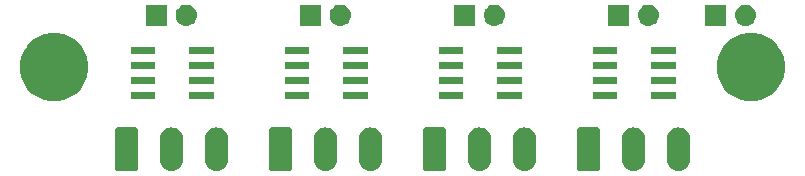
<source format=gbr>
G04 #@! TF.GenerationSoftware,KiCad,Pcbnew,(5.1.2)-1*
G04 #@! TF.CreationDate,2020-06-05T15:04:51-04:00*
G04 #@! TF.ProjectId,Step_Direction_Board,53746570-5f44-4697-9265-6374696f6e5f,rev?*
G04 #@! TF.SameCoordinates,PX7270e00PY78a3ca0*
G04 #@! TF.FileFunction,Soldermask,Bot*
G04 #@! TF.FilePolarity,Negative*
%FSLAX46Y46*%
G04 Gerber Fmt 4.6, Leading zero omitted, Abs format (unit mm)*
G04 Created by KiCad (PCBNEW (5.1.2)-1) date 2020-06-05 15:04:51*
%MOMM*%
%LPD*%
G04 APERTURE LIST*
%ADD10C,0.100000*%
G04 APERTURE END LIST*
D10*
G36*
X56057479Y5873893D02*
G01*
X56057482Y5873892D01*
X56057483Y5873892D01*
X56236747Y5819513D01*
X56236750Y5819511D01*
X56236751Y5819511D01*
X56401958Y5731207D01*
X56546767Y5612365D01*
X56665609Y5467556D01*
X56753913Y5302350D01*
X56753915Y5302346D01*
X56753915Y5302345D01*
X56808295Y5123078D01*
X56822055Y4983371D01*
X56822055Y3089935D01*
X56808295Y2950228D01*
X56808294Y2950225D01*
X56808294Y2950224D01*
X56753915Y2770960D01*
X56753913Y2770957D01*
X56753913Y2770956D01*
X56665609Y2605750D01*
X56546767Y2460941D01*
X56401958Y2342099D01*
X56254480Y2263271D01*
X56236748Y2253793D01*
X56057484Y2199414D01*
X56057483Y2199414D01*
X56057480Y2199413D01*
X55871055Y2181052D01*
X55684631Y2199413D01*
X55684628Y2199414D01*
X55684627Y2199414D01*
X55505363Y2253793D01*
X55487631Y2263271D01*
X55340153Y2342099D01*
X55195344Y2460941D01*
X55076502Y2605750D01*
X54988198Y2770956D01*
X54988198Y2770957D01*
X54988196Y2770960D01*
X54933817Y2950224D01*
X54933817Y2950225D01*
X54933816Y2950228D01*
X54920055Y3089936D01*
X54920055Y4983370D01*
X54933815Y5123077D01*
X54933816Y5123081D01*
X54988195Y5302345D01*
X54988198Y5302350D01*
X55076501Y5467556D01*
X55195343Y5612365D01*
X55340152Y5731207D01*
X55505358Y5819511D01*
X55505359Y5819511D01*
X55505362Y5819513D01*
X55684626Y5873892D01*
X55684627Y5873892D01*
X55684630Y5873893D01*
X55871055Y5892254D01*
X56057479Y5873893D01*
X56057479Y5873893D01*
G37*
G36*
X52247479Y5873893D02*
G01*
X52247482Y5873892D01*
X52247483Y5873892D01*
X52426747Y5819513D01*
X52426750Y5819511D01*
X52426751Y5819511D01*
X52591958Y5731207D01*
X52736767Y5612365D01*
X52855609Y5467556D01*
X52943913Y5302350D01*
X52943915Y5302346D01*
X52943915Y5302345D01*
X52998295Y5123078D01*
X53012055Y4983371D01*
X53012055Y3089935D01*
X52998295Y2950228D01*
X52998294Y2950225D01*
X52998294Y2950224D01*
X52943915Y2770960D01*
X52943913Y2770957D01*
X52943913Y2770956D01*
X52855609Y2605750D01*
X52736767Y2460941D01*
X52591958Y2342099D01*
X52444480Y2263271D01*
X52426748Y2253793D01*
X52247484Y2199414D01*
X52247483Y2199414D01*
X52247480Y2199413D01*
X52061055Y2181052D01*
X51874631Y2199413D01*
X51874628Y2199414D01*
X51874627Y2199414D01*
X51695363Y2253793D01*
X51677631Y2263271D01*
X51530153Y2342099D01*
X51385344Y2460941D01*
X51266502Y2605750D01*
X51178198Y2770956D01*
X51178198Y2770957D01*
X51178196Y2770960D01*
X51123817Y2950224D01*
X51123817Y2950225D01*
X51123816Y2950228D01*
X51110055Y3089936D01*
X51110055Y4983370D01*
X51123815Y5123077D01*
X51123816Y5123081D01*
X51178195Y5302345D01*
X51178198Y5302350D01*
X51266501Y5467556D01*
X51385343Y5612365D01*
X51530152Y5731207D01*
X51695358Y5819511D01*
X51695359Y5819511D01*
X51695362Y5819513D01*
X51874626Y5873892D01*
X51874627Y5873892D01*
X51874630Y5873893D01*
X52061055Y5892254D01*
X52247479Y5873893D01*
X52247479Y5873893D01*
G37*
G36*
X43017479Y5873893D02*
G01*
X43017482Y5873892D01*
X43017483Y5873892D01*
X43196747Y5819513D01*
X43196750Y5819511D01*
X43196751Y5819511D01*
X43361958Y5731207D01*
X43506767Y5612365D01*
X43625609Y5467556D01*
X43713913Y5302350D01*
X43713915Y5302346D01*
X43713915Y5302345D01*
X43768295Y5123078D01*
X43782055Y4983371D01*
X43782055Y3089935D01*
X43768295Y2950228D01*
X43768294Y2950225D01*
X43768294Y2950224D01*
X43713915Y2770960D01*
X43713913Y2770957D01*
X43713913Y2770956D01*
X43625609Y2605750D01*
X43506767Y2460941D01*
X43361958Y2342099D01*
X43214480Y2263271D01*
X43196748Y2253793D01*
X43017484Y2199414D01*
X43017483Y2199414D01*
X43017480Y2199413D01*
X42831055Y2181052D01*
X42644631Y2199413D01*
X42644628Y2199414D01*
X42644627Y2199414D01*
X42465363Y2253793D01*
X42447631Y2263271D01*
X42300153Y2342099D01*
X42155344Y2460941D01*
X42036502Y2605750D01*
X41948198Y2770956D01*
X41948198Y2770957D01*
X41948196Y2770960D01*
X41893817Y2950224D01*
X41893817Y2950225D01*
X41893816Y2950228D01*
X41880055Y3089936D01*
X41880055Y4983370D01*
X41893815Y5123077D01*
X41893816Y5123081D01*
X41948195Y5302345D01*
X41948198Y5302350D01*
X42036501Y5467556D01*
X42155343Y5612365D01*
X42300152Y5731207D01*
X42465358Y5819511D01*
X42465359Y5819511D01*
X42465362Y5819513D01*
X42644626Y5873892D01*
X42644627Y5873892D01*
X42644630Y5873893D01*
X42831055Y5892254D01*
X43017479Y5873893D01*
X43017479Y5873893D01*
G37*
G36*
X39207479Y5873893D02*
G01*
X39207482Y5873892D01*
X39207483Y5873892D01*
X39386747Y5819513D01*
X39386750Y5819511D01*
X39386751Y5819511D01*
X39551958Y5731207D01*
X39696767Y5612365D01*
X39815609Y5467556D01*
X39903913Y5302350D01*
X39903915Y5302346D01*
X39903915Y5302345D01*
X39958295Y5123078D01*
X39972055Y4983371D01*
X39972055Y3089935D01*
X39958295Y2950228D01*
X39958294Y2950225D01*
X39958294Y2950224D01*
X39903915Y2770960D01*
X39903913Y2770957D01*
X39903913Y2770956D01*
X39815609Y2605750D01*
X39696767Y2460941D01*
X39551958Y2342099D01*
X39404480Y2263271D01*
X39386748Y2253793D01*
X39207484Y2199414D01*
X39207483Y2199414D01*
X39207480Y2199413D01*
X39021055Y2181052D01*
X38834631Y2199413D01*
X38834628Y2199414D01*
X38834627Y2199414D01*
X38655363Y2253793D01*
X38637631Y2263271D01*
X38490153Y2342099D01*
X38345344Y2460941D01*
X38226502Y2605750D01*
X38138198Y2770956D01*
X38138198Y2770957D01*
X38138196Y2770960D01*
X38083817Y2950224D01*
X38083817Y2950225D01*
X38083816Y2950228D01*
X38070055Y3089936D01*
X38070055Y4983370D01*
X38083815Y5123077D01*
X38083816Y5123081D01*
X38138195Y5302345D01*
X38138198Y5302350D01*
X38226501Y5467556D01*
X38345343Y5612365D01*
X38490152Y5731207D01*
X38655358Y5819511D01*
X38655359Y5819511D01*
X38655362Y5819513D01*
X38834626Y5873892D01*
X38834627Y5873892D01*
X38834630Y5873893D01*
X39021055Y5892254D01*
X39207479Y5873893D01*
X39207479Y5873893D01*
G37*
G36*
X29977479Y5873893D02*
G01*
X29977482Y5873892D01*
X29977483Y5873892D01*
X30156747Y5819513D01*
X30156750Y5819511D01*
X30156751Y5819511D01*
X30321958Y5731207D01*
X30466767Y5612365D01*
X30585609Y5467556D01*
X30673913Y5302350D01*
X30673915Y5302346D01*
X30673915Y5302345D01*
X30728295Y5123078D01*
X30742055Y4983371D01*
X30742055Y3089935D01*
X30728295Y2950228D01*
X30728294Y2950225D01*
X30728294Y2950224D01*
X30673915Y2770960D01*
X30673913Y2770957D01*
X30673913Y2770956D01*
X30585609Y2605750D01*
X30466767Y2460941D01*
X30321958Y2342099D01*
X30174480Y2263271D01*
X30156748Y2253793D01*
X29977484Y2199414D01*
X29977483Y2199414D01*
X29977480Y2199413D01*
X29791055Y2181052D01*
X29604631Y2199413D01*
X29604628Y2199414D01*
X29604627Y2199414D01*
X29425363Y2253793D01*
X29407631Y2263271D01*
X29260153Y2342099D01*
X29115344Y2460941D01*
X28996502Y2605750D01*
X28908198Y2770956D01*
X28908198Y2770957D01*
X28908196Y2770960D01*
X28853817Y2950224D01*
X28853817Y2950225D01*
X28853816Y2950228D01*
X28840055Y3089936D01*
X28840055Y4983370D01*
X28853815Y5123077D01*
X28853816Y5123081D01*
X28908195Y5302345D01*
X28908198Y5302350D01*
X28996501Y5467556D01*
X29115343Y5612365D01*
X29260152Y5731207D01*
X29425358Y5819511D01*
X29425359Y5819511D01*
X29425362Y5819513D01*
X29604626Y5873892D01*
X29604627Y5873892D01*
X29604630Y5873893D01*
X29791055Y5892254D01*
X29977479Y5873893D01*
X29977479Y5873893D01*
G37*
G36*
X26167479Y5873893D02*
G01*
X26167482Y5873892D01*
X26167483Y5873892D01*
X26346747Y5819513D01*
X26346750Y5819511D01*
X26346751Y5819511D01*
X26511958Y5731207D01*
X26656767Y5612365D01*
X26775609Y5467556D01*
X26863913Y5302350D01*
X26863915Y5302346D01*
X26863915Y5302345D01*
X26918295Y5123078D01*
X26932055Y4983371D01*
X26932055Y3089935D01*
X26918295Y2950228D01*
X26918294Y2950225D01*
X26918294Y2950224D01*
X26863915Y2770960D01*
X26863913Y2770957D01*
X26863913Y2770956D01*
X26775609Y2605750D01*
X26656767Y2460941D01*
X26511958Y2342099D01*
X26364480Y2263271D01*
X26346748Y2253793D01*
X26167484Y2199414D01*
X26167483Y2199414D01*
X26167480Y2199413D01*
X25981055Y2181052D01*
X25794631Y2199413D01*
X25794628Y2199414D01*
X25794627Y2199414D01*
X25615363Y2253793D01*
X25597631Y2263271D01*
X25450153Y2342099D01*
X25305344Y2460941D01*
X25186502Y2605750D01*
X25098198Y2770956D01*
X25098198Y2770957D01*
X25098196Y2770960D01*
X25043817Y2950224D01*
X25043817Y2950225D01*
X25043816Y2950228D01*
X25030055Y3089936D01*
X25030055Y4983370D01*
X25043815Y5123077D01*
X25043816Y5123081D01*
X25098195Y5302345D01*
X25098198Y5302350D01*
X25186501Y5467556D01*
X25305343Y5612365D01*
X25450152Y5731207D01*
X25615358Y5819511D01*
X25615359Y5819511D01*
X25615362Y5819513D01*
X25794626Y5873892D01*
X25794627Y5873892D01*
X25794630Y5873893D01*
X25981055Y5892254D01*
X26167479Y5873893D01*
X26167479Y5873893D01*
G37*
G36*
X13127479Y5873893D02*
G01*
X13127482Y5873892D01*
X13127483Y5873892D01*
X13306747Y5819513D01*
X13306750Y5819511D01*
X13306751Y5819511D01*
X13471958Y5731207D01*
X13616767Y5612365D01*
X13735609Y5467556D01*
X13823913Y5302350D01*
X13823915Y5302346D01*
X13823915Y5302345D01*
X13878295Y5123078D01*
X13892055Y4983371D01*
X13892055Y3089935D01*
X13878295Y2950228D01*
X13878294Y2950225D01*
X13878294Y2950224D01*
X13823915Y2770960D01*
X13823913Y2770957D01*
X13823913Y2770956D01*
X13735609Y2605750D01*
X13616767Y2460941D01*
X13471958Y2342099D01*
X13324480Y2263271D01*
X13306748Y2253793D01*
X13127484Y2199414D01*
X13127483Y2199414D01*
X13127480Y2199413D01*
X12941055Y2181052D01*
X12754631Y2199413D01*
X12754628Y2199414D01*
X12754627Y2199414D01*
X12575363Y2253793D01*
X12557631Y2263271D01*
X12410153Y2342099D01*
X12265344Y2460941D01*
X12146502Y2605750D01*
X12058198Y2770956D01*
X12058198Y2770957D01*
X12058196Y2770960D01*
X12003817Y2950224D01*
X12003817Y2950225D01*
X12003816Y2950228D01*
X11990055Y3089936D01*
X11990055Y4983370D01*
X12003815Y5123077D01*
X12003816Y5123081D01*
X12058195Y5302345D01*
X12058198Y5302350D01*
X12146501Y5467556D01*
X12265343Y5612365D01*
X12410152Y5731207D01*
X12575358Y5819511D01*
X12575359Y5819511D01*
X12575362Y5819513D01*
X12754626Y5873892D01*
X12754627Y5873892D01*
X12754630Y5873893D01*
X12941055Y5892254D01*
X13127479Y5873893D01*
X13127479Y5873893D01*
G37*
G36*
X16937479Y5873893D02*
G01*
X16937482Y5873892D01*
X16937483Y5873892D01*
X17116747Y5819513D01*
X17116750Y5819511D01*
X17116751Y5819511D01*
X17281958Y5731207D01*
X17426767Y5612365D01*
X17545609Y5467556D01*
X17633913Y5302350D01*
X17633915Y5302346D01*
X17633915Y5302345D01*
X17688295Y5123078D01*
X17702055Y4983371D01*
X17702055Y3089935D01*
X17688295Y2950228D01*
X17688294Y2950225D01*
X17688294Y2950224D01*
X17633915Y2770960D01*
X17633913Y2770957D01*
X17633913Y2770956D01*
X17545609Y2605750D01*
X17426767Y2460941D01*
X17281958Y2342099D01*
X17134480Y2263271D01*
X17116748Y2253793D01*
X16937484Y2199414D01*
X16937483Y2199414D01*
X16937480Y2199413D01*
X16751055Y2181052D01*
X16564631Y2199413D01*
X16564628Y2199414D01*
X16564627Y2199414D01*
X16385363Y2253793D01*
X16367631Y2263271D01*
X16220153Y2342099D01*
X16075344Y2460941D01*
X15956502Y2605750D01*
X15868198Y2770956D01*
X15868198Y2770957D01*
X15868196Y2770960D01*
X15813817Y2950224D01*
X15813817Y2950225D01*
X15813816Y2950228D01*
X15800055Y3089936D01*
X15800055Y4983370D01*
X15813815Y5123077D01*
X15813816Y5123081D01*
X15868195Y5302345D01*
X15868198Y5302350D01*
X15956501Y5467556D01*
X16075343Y5612365D01*
X16220152Y5731207D01*
X16385358Y5819511D01*
X16385359Y5819511D01*
X16385362Y5819513D01*
X16564626Y5873892D01*
X16564627Y5873892D01*
X16564630Y5873893D01*
X16751055Y5892254D01*
X16937479Y5873893D01*
X16937479Y5873893D01*
G37*
G36*
X22981970Y5883719D02*
G01*
X23014479Y5873858D01*
X23044437Y5857844D01*
X23070696Y5836294D01*
X23092246Y5810035D01*
X23108260Y5780077D01*
X23118121Y5747568D01*
X23122055Y5707624D01*
X23122055Y2365682D01*
X23118121Y2325738D01*
X23108260Y2293229D01*
X23092246Y2263271D01*
X23070696Y2237012D01*
X23044437Y2215462D01*
X23014479Y2199448D01*
X22981970Y2189587D01*
X22942026Y2185653D01*
X21400084Y2185653D01*
X21360140Y2189587D01*
X21327631Y2199448D01*
X21297673Y2215462D01*
X21271414Y2237012D01*
X21249864Y2263271D01*
X21233850Y2293229D01*
X21223989Y2325738D01*
X21220055Y2365682D01*
X21220055Y5707624D01*
X21223989Y5747568D01*
X21233850Y5780077D01*
X21249864Y5810035D01*
X21271414Y5836294D01*
X21297673Y5857844D01*
X21327631Y5873858D01*
X21360140Y5883719D01*
X21400084Y5887653D01*
X22942026Y5887653D01*
X22981970Y5883719D01*
X22981970Y5883719D01*
G37*
G36*
X9941970Y5883719D02*
G01*
X9974479Y5873858D01*
X10004437Y5857844D01*
X10030696Y5836294D01*
X10052246Y5810035D01*
X10068260Y5780077D01*
X10078121Y5747568D01*
X10082055Y5707624D01*
X10082055Y2365682D01*
X10078121Y2325738D01*
X10068260Y2293229D01*
X10052246Y2263271D01*
X10030696Y2237012D01*
X10004437Y2215462D01*
X9974479Y2199448D01*
X9941970Y2189587D01*
X9902026Y2185653D01*
X8360084Y2185653D01*
X8320140Y2189587D01*
X8287631Y2199448D01*
X8257673Y2215462D01*
X8231414Y2237012D01*
X8209864Y2263271D01*
X8193850Y2293229D01*
X8183989Y2325738D01*
X8180055Y2365682D01*
X8180055Y5707624D01*
X8183989Y5747568D01*
X8193850Y5780077D01*
X8209864Y5810035D01*
X8231414Y5836294D01*
X8257673Y5857844D01*
X8287631Y5873858D01*
X8320140Y5883719D01*
X8360084Y5887653D01*
X9902026Y5887653D01*
X9941970Y5883719D01*
X9941970Y5883719D01*
G37*
G36*
X36021970Y5883719D02*
G01*
X36054479Y5873858D01*
X36084437Y5857844D01*
X36110696Y5836294D01*
X36132246Y5810035D01*
X36148260Y5780077D01*
X36158121Y5747568D01*
X36162055Y5707624D01*
X36162055Y2365682D01*
X36158121Y2325738D01*
X36148260Y2293229D01*
X36132246Y2263271D01*
X36110696Y2237012D01*
X36084437Y2215462D01*
X36054479Y2199448D01*
X36021970Y2189587D01*
X35982026Y2185653D01*
X34440084Y2185653D01*
X34400140Y2189587D01*
X34367631Y2199448D01*
X34337673Y2215462D01*
X34311414Y2237012D01*
X34289864Y2263271D01*
X34273850Y2293229D01*
X34263989Y2325738D01*
X34260055Y2365682D01*
X34260055Y5707624D01*
X34263989Y5747568D01*
X34273850Y5780077D01*
X34289864Y5810035D01*
X34311414Y5836294D01*
X34337673Y5857844D01*
X34367631Y5873858D01*
X34400140Y5883719D01*
X34440084Y5887653D01*
X35982026Y5887653D01*
X36021970Y5883719D01*
X36021970Y5883719D01*
G37*
G36*
X49061970Y5883719D02*
G01*
X49094479Y5873858D01*
X49124437Y5857844D01*
X49150696Y5836294D01*
X49172246Y5810035D01*
X49188260Y5780077D01*
X49198121Y5747568D01*
X49202055Y5707624D01*
X49202055Y2365682D01*
X49198121Y2325738D01*
X49188260Y2293229D01*
X49172246Y2263271D01*
X49150696Y2237012D01*
X49124437Y2215462D01*
X49094479Y2199448D01*
X49061970Y2189587D01*
X49022026Y2185653D01*
X47480084Y2185653D01*
X47440140Y2189587D01*
X47407631Y2199448D01*
X47377673Y2215462D01*
X47351414Y2237012D01*
X47329864Y2263271D01*
X47313850Y2293229D01*
X47303989Y2325738D01*
X47300055Y2365682D01*
X47300055Y5707624D01*
X47303989Y5747568D01*
X47313850Y5780077D01*
X47329864Y5810035D01*
X47351414Y5836294D01*
X47377673Y5857844D01*
X47407631Y5873858D01*
X47440140Y5883719D01*
X47480084Y5887653D01*
X49022026Y5887653D01*
X49061970Y5883719D01*
X49061970Y5883719D01*
G37*
G36*
X3846189Y13789517D02*
G01*
X3846192Y13789516D01*
X3846191Y13789516D01*
X4374139Y13570833D01*
X4849280Y13253354D01*
X5253354Y12849280D01*
X5329446Y12735400D01*
X5570834Y12374137D01*
X5789517Y11846189D01*
X5901000Y11285725D01*
X5901000Y10714275D01*
X5789517Y10153811D01*
X5789516Y10153809D01*
X5570833Y9625861D01*
X5253354Y9150720D01*
X4849280Y8746646D01*
X4374139Y8429167D01*
X4374138Y8429166D01*
X4374137Y8429166D01*
X3846189Y8210483D01*
X3285725Y8099000D01*
X2714275Y8099000D01*
X2153811Y8210483D01*
X1625863Y8429166D01*
X1625862Y8429166D01*
X1625861Y8429167D01*
X1150720Y8746646D01*
X746646Y9150720D01*
X429167Y9625861D01*
X210484Y10153809D01*
X210483Y10153811D01*
X99000Y10714275D01*
X99000Y11285725D01*
X210483Y11846189D01*
X429166Y12374137D01*
X670554Y12735400D01*
X746646Y12849280D01*
X1150720Y13253354D01*
X1625861Y13570833D01*
X2153809Y13789516D01*
X2153808Y13789516D01*
X2153811Y13789517D01*
X2714275Y13901000D01*
X3285725Y13901000D01*
X3846189Y13789517D01*
X3846189Y13789517D01*
G37*
G36*
X62846189Y13789517D02*
G01*
X62846192Y13789516D01*
X62846191Y13789516D01*
X63374139Y13570833D01*
X63849280Y13253354D01*
X64253354Y12849280D01*
X64329446Y12735400D01*
X64570834Y12374137D01*
X64789517Y11846189D01*
X64901000Y11285725D01*
X64901000Y10714275D01*
X64789517Y10153811D01*
X64789516Y10153809D01*
X64570833Y9625861D01*
X64253354Y9150720D01*
X63849280Y8746646D01*
X63374139Y8429167D01*
X63374138Y8429166D01*
X63374137Y8429166D01*
X62846189Y8210483D01*
X62285725Y8099000D01*
X61714275Y8099000D01*
X61153811Y8210483D01*
X60625863Y8429166D01*
X60625862Y8429166D01*
X60625861Y8429167D01*
X60150720Y8746646D01*
X59746646Y9150720D01*
X59429167Y9625861D01*
X59210484Y10153809D01*
X59210483Y10153811D01*
X59099000Y10714275D01*
X59099000Y11285725D01*
X59210483Y11846189D01*
X59429166Y12374137D01*
X59670554Y12735400D01*
X59746646Y12849280D01*
X60150720Y13253354D01*
X60625861Y13570833D01*
X61153809Y13789516D01*
X61153808Y13789516D01*
X61153811Y13789517D01*
X61714275Y13901000D01*
X62285725Y13901000D01*
X62846189Y13789517D01*
X62846189Y13789517D01*
G37*
G36*
X37657800Y8264600D02*
G01*
X35574600Y8264600D01*
X35574600Y8925400D01*
X37657800Y8925400D01*
X37657800Y8264600D01*
X37657800Y8264600D01*
G37*
G36*
X42585400Y8264600D02*
G01*
X40502200Y8264600D01*
X40502200Y8925400D01*
X42585400Y8925400D01*
X42585400Y8264600D01*
X42585400Y8264600D01*
G37*
G36*
X50697800Y8264600D02*
G01*
X48614600Y8264600D01*
X48614600Y8925400D01*
X50697800Y8925400D01*
X50697800Y8264600D01*
X50697800Y8264600D01*
G37*
G36*
X55625400Y8264600D02*
G01*
X53542200Y8264600D01*
X53542200Y8925400D01*
X55625400Y8925400D01*
X55625400Y8264600D01*
X55625400Y8264600D01*
G37*
G36*
X29545400Y8264600D02*
G01*
X27462200Y8264600D01*
X27462200Y8925400D01*
X29545400Y8925400D01*
X29545400Y8264600D01*
X29545400Y8264600D01*
G37*
G36*
X24617800Y8264600D02*
G01*
X22534600Y8264600D01*
X22534600Y8925400D01*
X24617800Y8925400D01*
X24617800Y8264600D01*
X24617800Y8264600D01*
G37*
G36*
X16505400Y8264600D02*
G01*
X14422200Y8264600D01*
X14422200Y8925400D01*
X16505400Y8925400D01*
X16505400Y8264600D01*
X16505400Y8264600D01*
G37*
G36*
X11577800Y8264600D02*
G01*
X9494600Y8264600D01*
X9494600Y8925400D01*
X11577800Y8925400D01*
X11577800Y8264600D01*
X11577800Y8264600D01*
G37*
G36*
X11577800Y9534600D02*
G01*
X9494600Y9534600D01*
X9494600Y10195400D01*
X11577800Y10195400D01*
X11577800Y9534600D01*
X11577800Y9534600D01*
G37*
G36*
X16505400Y9534600D02*
G01*
X14422200Y9534600D01*
X14422200Y10195400D01*
X16505400Y10195400D01*
X16505400Y9534600D01*
X16505400Y9534600D01*
G37*
G36*
X24617800Y9534600D02*
G01*
X22534600Y9534600D01*
X22534600Y10195400D01*
X24617800Y10195400D01*
X24617800Y9534600D01*
X24617800Y9534600D01*
G37*
G36*
X37657800Y9534600D02*
G01*
X35574600Y9534600D01*
X35574600Y10195400D01*
X37657800Y10195400D01*
X37657800Y9534600D01*
X37657800Y9534600D01*
G37*
G36*
X42585400Y9534600D02*
G01*
X40502200Y9534600D01*
X40502200Y10195400D01*
X42585400Y10195400D01*
X42585400Y9534600D01*
X42585400Y9534600D01*
G37*
G36*
X50697800Y9534600D02*
G01*
X48614600Y9534600D01*
X48614600Y10195400D01*
X50697800Y10195400D01*
X50697800Y9534600D01*
X50697800Y9534600D01*
G37*
G36*
X29545400Y9534600D02*
G01*
X27462200Y9534600D01*
X27462200Y10195400D01*
X29545400Y10195400D01*
X29545400Y9534600D01*
X29545400Y9534600D01*
G37*
G36*
X55625400Y9534600D02*
G01*
X53542200Y9534600D01*
X53542200Y10195400D01*
X55625400Y10195400D01*
X55625400Y9534600D01*
X55625400Y9534600D01*
G37*
G36*
X50697800Y10804600D02*
G01*
X48614600Y10804600D01*
X48614600Y11465400D01*
X50697800Y11465400D01*
X50697800Y10804600D01*
X50697800Y10804600D01*
G37*
G36*
X55625400Y10804600D02*
G01*
X53542200Y10804600D01*
X53542200Y11465400D01*
X55625400Y11465400D01*
X55625400Y10804600D01*
X55625400Y10804600D01*
G37*
G36*
X37657800Y10804600D02*
G01*
X35574600Y10804600D01*
X35574600Y11465400D01*
X37657800Y11465400D01*
X37657800Y10804600D01*
X37657800Y10804600D01*
G37*
G36*
X11577800Y10804600D02*
G01*
X9494600Y10804600D01*
X9494600Y11465400D01*
X11577800Y11465400D01*
X11577800Y10804600D01*
X11577800Y10804600D01*
G37*
G36*
X42585400Y10804600D02*
G01*
X40502200Y10804600D01*
X40502200Y11465400D01*
X42585400Y11465400D01*
X42585400Y10804600D01*
X42585400Y10804600D01*
G37*
G36*
X24617800Y10804600D02*
G01*
X22534600Y10804600D01*
X22534600Y11465400D01*
X24617800Y11465400D01*
X24617800Y10804600D01*
X24617800Y10804600D01*
G37*
G36*
X16505400Y10804600D02*
G01*
X14422200Y10804600D01*
X14422200Y11465400D01*
X16505400Y11465400D01*
X16505400Y10804600D01*
X16505400Y10804600D01*
G37*
G36*
X29545400Y10804600D02*
G01*
X27462200Y10804600D01*
X27462200Y11465400D01*
X29545400Y11465400D01*
X29545400Y10804600D01*
X29545400Y10804600D01*
G37*
G36*
X24617800Y12074600D02*
G01*
X22534600Y12074600D01*
X22534600Y12735400D01*
X24617800Y12735400D01*
X24617800Y12074600D01*
X24617800Y12074600D01*
G37*
G36*
X37657800Y12074600D02*
G01*
X35574600Y12074600D01*
X35574600Y12735400D01*
X37657800Y12735400D01*
X37657800Y12074600D01*
X37657800Y12074600D01*
G37*
G36*
X50697800Y12074600D02*
G01*
X48614600Y12074600D01*
X48614600Y12735400D01*
X50697800Y12735400D01*
X50697800Y12074600D01*
X50697800Y12074600D01*
G37*
G36*
X55625400Y12074600D02*
G01*
X53542200Y12074600D01*
X53542200Y12735400D01*
X55625400Y12735400D01*
X55625400Y12074600D01*
X55625400Y12074600D01*
G37*
G36*
X42585400Y12074600D02*
G01*
X40502200Y12074600D01*
X40502200Y12735400D01*
X42585400Y12735400D01*
X42585400Y12074600D01*
X42585400Y12074600D01*
G37*
G36*
X29545400Y12074600D02*
G01*
X27462200Y12074600D01*
X27462200Y12735400D01*
X29545400Y12735400D01*
X29545400Y12074600D01*
X29545400Y12074600D01*
G37*
G36*
X16505400Y12074600D02*
G01*
X14422200Y12074600D01*
X14422200Y12735400D01*
X16505400Y12735400D01*
X16505400Y12074600D01*
X16505400Y12074600D01*
G37*
G36*
X11577800Y12074600D02*
G01*
X9494600Y12074600D01*
X9494600Y12735400D01*
X11577800Y12735400D01*
X11577800Y12074600D01*
X11577800Y12074600D01*
G37*
G36*
X12564846Y14475036D02*
G01*
X10762846Y14475036D01*
X10762846Y16277036D01*
X12564846Y16277036D01*
X12564846Y14475036D01*
X12564846Y14475036D01*
G37*
G36*
X40394289Y16270517D02*
G01*
X40460473Y16263999D01*
X40630312Y16212479D01*
X40786837Y16128814D01*
X40822575Y16099484D01*
X40924032Y16016222D01*
X41007294Y15914765D01*
X41036624Y15879027D01*
X41120289Y15722502D01*
X41171809Y15552663D01*
X41189205Y15376036D01*
X41171809Y15199409D01*
X41120289Y15029570D01*
X41036624Y14873045D01*
X41007294Y14837307D01*
X40924032Y14735850D01*
X40822575Y14652588D01*
X40786837Y14623258D01*
X40630312Y14539593D01*
X40460473Y14488073D01*
X40394289Y14481555D01*
X40328106Y14475036D01*
X40239586Y14475036D01*
X40173403Y14481555D01*
X40107219Y14488073D01*
X39937380Y14539593D01*
X39780855Y14623258D01*
X39745117Y14652588D01*
X39643660Y14735850D01*
X39560398Y14837307D01*
X39531068Y14873045D01*
X39447403Y15029570D01*
X39395883Y15199409D01*
X39378487Y15376036D01*
X39395883Y15552663D01*
X39447403Y15722502D01*
X39531068Y15879027D01*
X39560398Y15914765D01*
X39643660Y16016222D01*
X39745117Y16099484D01*
X39780855Y16128814D01*
X39937380Y16212479D01*
X40107219Y16263999D01*
X40173403Y16270517D01*
X40239586Y16277036D01*
X40328106Y16277036D01*
X40394289Y16270517D01*
X40394289Y16270517D01*
G37*
G36*
X38644846Y14475036D02*
G01*
X36842846Y14475036D01*
X36842846Y16277036D01*
X38644846Y16277036D01*
X38644846Y14475036D01*
X38644846Y14475036D01*
G37*
G36*
X61650443Y16270517D02*
G01*
X61716627Y16263999D01*
X61886466Y16212479D01*
X62042991Y16128814D01*
X62078729Y16099484D01*
X62180186Y16016222D01*
X62263448Y15914765D01*
X62292778Y15879027D01*
X62376443Y15722502D01*
X62427963Y15552663D01*
X62445359Y15376036D01*
X62427963Y15199409D01*
X62376443Y15029570D01*
X62292778Y14873045D01*
X62263448Y14837307D01*
X62180186Y14735850D01*
X62078729Y14652588D01*
X62042991Y14623258D01*
X61886466Y14539593D01*
X61716627Y14488073D01*
X61650443Y14481555D01*
X61584260Y14475036D01*
X61495740Y14475036D01*
X61429557Y14481555D01*
X61363373Y14488073D01*
X61193534Y14539593D01*
X61037009Y14623258D01*
X61001271Y14652588D01*
X60899814Y14735850D01*
X60816552Y14837307D01*
X60787222Y14873045D01*
X60703557Y15029570D01*
X60652037Y15199409D01*
X60634641Y15376036D01*
X60652037Y15552663D01*
X60703557Y15722502D01*
X60787222Y15879027D01*
X60816552Y15914765D01*
X60899814Y16016222D01*
X61001271Y16099484D01*
X61037009Y16128814D01*
X61193534Y16212479D01*
X61363373Y16263999D01*
X61429557Y16270517D01*
X61495740Y16277036D01*
X61584260Y16277036D01*
X61650443Y16270517D01*
X61650443Y16270517D01*
G37*
G36*
X27354289Y16270517D02*
G01*
X27420473Y16263999D01*
X27590312Y16212479D01*
X27746837Y16128814D01*
X27782575Y16099484D01*
X27884032Y16016222D01*
X27967294Y15914765D01*
X27996624Y15879027D01*
X28080289Y15722502D01*
X28131809Y15552663D01*
X28149205Y15376036D01*
X28131809Y15199409D01*
X28080289Y15029570D01*
X27996624Y14873045D01*
X27967294Y14837307D01*
X27884032Y14735850D01*
X27782575Y14652588D01*
X27746837Y14623258D01*
X27590312Y14539593D01*
X27420473Y14488073D01*
X27354289Y14481555D01*
X27288106Y14475036D01*
X27199586Y14475036D01*
X27133403Y14481555D01*
X27067219Y14488073D01*
X26897380Y14539593D01*
X26740855Y14623258D01*
X26705117Y14652588D01*
X26603660Y14735850D01*
X26520398Y14837307D01*
X26491068Y14873045D01*
X26407403Y15029570D01*
X26355883Y15199409D01*
X26338487Y15376036D01*
X26355883Y15552663D01*
X26407403Y15722502D01*
X26491068Y15879027D01*
X26520398Y15914765D01*
X26603660Y16016222D01*
X26705117Y16099484D01*
X26740855Y16128814D01*
X26897380Y16212479D01*
X27067219Y16263999D01*
X27133403Y16270517D01*
X27199586Y16277036D01*
X27288106Y16277036D01*
X27354289Y16270517D01*
X27354289Y16270517D01*
G37*
G36*
X25604846Y14475036D02*
G01*
X23802846Y14475036D01*
X23802846Y16277036D01*
X25604846Y16277036D01*
X25604846Y14475036D01*
X25604846Y14475036D01*
G37*
G36*
X14314289Y16270517D02*
G01*
X14380473Y16263999D01*
X14550312Y16212479D01*
X14706837Y16128814D01*
X14742575Y16099484D01*
X14844032Y16016222D01*
X14927294Y15914765D01*
X14956624Y15879027D01*
X15040289Y15722502D01*
X15091809Y15552663D01*
X15109205Y15376036D01*
X15091809Y15199409D01*
X15040289Y15029570D01*
X14956624Y14873045D01*
X14927294Y14837307D01*
X14844032Y14735850D01*
X14742575Y14652588D01*
X14706837Y14623258D01*
X14550312Y14539593D01*
X14380473Y14488073D01*
X14314289Y14481555D01*
X14248106Y14475036D01*
X14159586Y14475036D01*
X14093403Y14481555D01*
X14027219Y14488073D01*
X13857380Y14539593D01*
X13700855Y14623258D01*
X13665117Y14652588D01*
X13563660Y14735850D01*
X13480398Y14837307D01*
X13451068Y14873045D01*
X13367403Y15029570D01*
X13315883Y15199409D01*
X13298487Y15376036D01*
X13315883Y15552663D01*
X13367403Y15722502D01*
X13451068Y15879027D01*
X13480398Y15914765D01*
X13563660Y16016222D01*
X13665117Y16099484D01*
X13700855Y16128814D01*
X13857380Y16212479D01*
X14027219Y16263999D01*
X14093403Y16270517D01*
X14159586Y16277036D01*
X14248106Y16277036D01*
X14314289Y16270517D01*
X14314289Y16270517D01*
G37*
G36*
X59901000Y14475036D02*
G01*
X58099000Y14475036D01*
X58099000Y16277036D01*
X59901000Y16277036D01*
X59901000Y14475036D01*
X59901000Y14475036D01*
G37*
G36*
X53434289Y16270517D02*
G01*
X53500473Y16263999D01*
X53670312Y16212479D01*
X53826837Y16128814D01*
X53862575Y16099484D01*
X53964032Y16016222D01*
X54047294Y15914765D01*
X54076624Y15879027D01*
X54160289Y15722502D01*
X54211809Y15552663D01*
X54229205Y15376036D01*
X54211809Y15199409D01*
X54160289Y15029570D01*
X54076624Y14873045D01*
X54047294Y14837307D01*
X53964032Y14735850D01*
X53862575Y14652588D01*
X53826837Y14623258D01*
X53670312Y14539593D01*
X53500473Y14488073D01*
X53434289Y14481555D01*
X53368106Y14475036D01*
X53279586Y14475036D01*
X53213403Y14481555D01*
X53147219Y14488073D01*
X52977380Y14539593D01*
X52820855Y14623258D01*
X52785117Y14652588D01*
X52683660Y14735850D01*
X52600398Y14837307D01*
X52571068Y14873045D01*
X52487403Y15029570D01*
X52435883Y15199409D01*
X52418487Y15376036D01*
X52435883Y15552663D01*
X52487403Y15722502D01*
X52571068Y15879027D01*
X52600398Y15914765D01*
X52683660Y16016222D01*
X52785117Y16099484D01*
X52820855Y16128814D01*
X52977380Y16212479D01*
X53147219Y16263999D01*
X53213403Y16270517D01*
X53279586Y16277036D01*
X53368106Y16277036D01*
X53434289Y16270517D01*
X53434289Y16270517D01*
G37*
G36*
X51684846Y14475036D02*
G01*
X49882846Y14475036D01*
X49882846Y16277036D01*
X51684846Y16277036D01*
X51684846Y14475036D01*
X51684846Y14475036D01*
G37*
M02*

</source>
